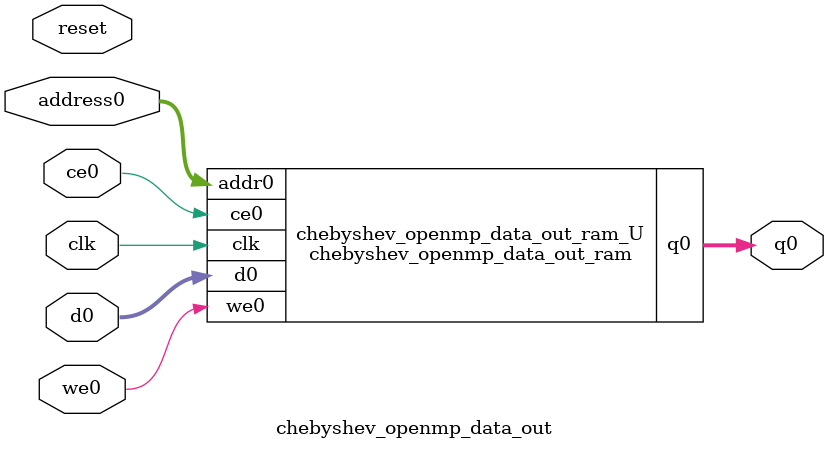
<source format=v>
`timescale 1 ns / 1 ps
module chebyshev_openmp_data_out_ram (addr0, ce0, d0, we0, q0,  clk);

parameter DWIDTH = 32;
parameter AWIDTH = 27;
parameter MEM_SIZE = 67108864;

input[AWIDTH-1:0] addr0;
input ce0;
input[DWIDTH-1:0] d0;
input we0;
output wire[DWIDTH-1:0] q0;
input clk;

(* ram_style = "block" *)reg [DWIDTH-1:0] ram[0:MEM_SIZE-1];
wire [AWIDTH-1:0] addr0_t0; 
reg [AWIDTH-1:0] addr0_t1; 
wire [DWIDTH-1:0] d0_t0; 
wire we0_t0; 
reg [DWIDTH-1:0] d0_t1; 
reg we0_t1; 
reg [DWIDTH-1:0] q0_t0;
reg [DWIDTH-1:0] q0_t1;


assign addr0_t0 = addr0;
assign d0_t0 = d0;
assign we0_t0 = we0;
assign q0 = q0_t1;

always @(posedge clk)  
begin
    if (ce0) 
    begin
        addr0_t1 <= addr0_t0; 
        d0_t1 <= d0_t0;
        we0_t1 <= we0_t0;
        q0_t1 <= q0_t0;
    end
end


always @(posedge clk)  
begin 
    if (ce0) 
    begin
        if (we0_t1) 
        begin 
            ram[addr0_t1] <= d0_t1; 
        end 
        q0_t0 <= ram[addr0_t1];
    end
end


endmodule

`timescale 1 ns / 1 ps
module chebyshev_openmp_data_out(
    reset,
    clk,
    address0,
    ce0,
    we0,
    d0,
    q0);

parameter DataWidth = 32'd32;
parameter AddressRange = 32'd67108864;
parameter AddressWidth = 32'd27;
input reset;
input clk;
input[AddressWidth - 1:0] address0;
input ce0;
input we0;
input[DataWidth - 1:0] d0;
output[DataWidth - 1:0] q0;



chebyshev_openmp_data_out_ram chebyshev_openmp_data_out_ram_U(
    .clk( clk ),
    .addr0( address0 ),
    .ce0( ce0 ),
    .we0( we0 ),
    .d0( d0 ),
    .q0( q0 ));

endmodule


</source>
